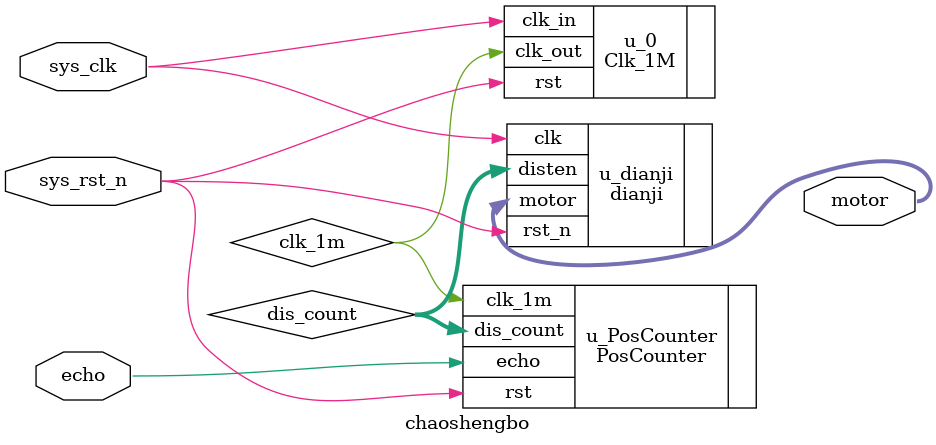
<source format=v>
module chaoshengbo(
input sys_clk,
input sys_rst_n,
input echo,

output [3:0]  motor
);

wire [3:0] dis_count;
wire  clk_1m;

Clk_1M u_0(.clk_out(clk_1m), 
                  .clk_in(sys_clk),
                  .rst(sys_rst_n)); // 50分频

PosCounter u_PosCounter(.clk_1m(clk_1m),
                        .rst(sys_rst_n), 
                        .echo(echo), 
                        .dis_count(dis_count));
	
dianji u_dianji(
.clk    (sys_clk),      // 时钟信号
.rst_n  (sys_rst_n),        // 复位信号
.disten  (dis_count),    
.motor (motor)
    );	
endmodule	
	
</source>
